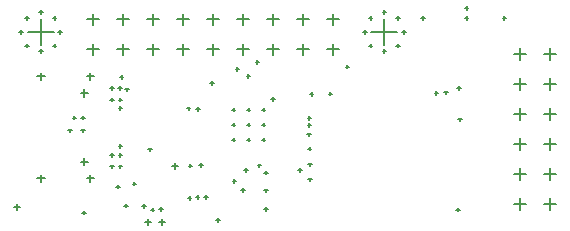
<source format=gbr>
%TF.GenerationSoftware,Altium Limited,Altium Designer,24.10.1 (45)*%
G04 Layer_Color=128*
%FSLAX43Y43*%
%MOMM*%
%TF.SameCoordinates,D559FD22-AC31-4CFD-8532-8E5833C3503B*%
%TF.FilePolarity,Positive*%
%TF.FileFunction,Drillmap*%
%TF.Part,Single*%
G01*
G75*
%TA.AperFunction,NonConductor*%
%ADD102C,0.127*%
D102*
X6278Y11890D02*
X6927D01*
X6602Y11565D02*
Y12215D01*
X6278Y6110D02*
X6927D01*
X6602Y5785D02*
Y6435D01*
X6802Y13320D02*
X7403D01*
X7102Y13020D02*
Y13620D01*
X2622Y13320D02*
X3223D01*
X2922Y13020D02*
Y13620D01*
X6802Y4680D02*
X7403D01*
X7102Y4380D02*
Y4980D01*
X2622Y4680D02*
X3223D01*
X2922Y4380D02*
Y4980D01*
X22040Y18140D02*
X23040D01*
X22540Y17640D02*
Y18640D01*
X24580Y18140D02*
X25580D01*
X25080Y17640D02*
Y18640D01*
X19500Y18140D02*
X20500D01*
X20000Y17640D02*
Y18640D01*
X27120Y18140D02*
X28120D01*
X27620Y17640D02*
Y18640D01*
X14420Y18140D02*
X15420D01*
X14920Y17640D02*
Y18640D01*
X16960Y18140D02*
X17960D01*
X17460Y17640D02*
Y18640D01*
X11880Y18140D02*
X12880D01*
X12380Y17640D02*
Y18640D01*
X11880Y15600D02*
X12880D01*
X12380Y15100D02*
Y16100D01*
X9340Y15600D02*
X10340D01*
X9840Y15100D02*
Y16100D01*
X27120Y15600D02*
X28120D01*
X27620Y15100D02*
Y16100D01*
X24580Y15600D02*
X25580D01*
X25080Y15100D02*
Y16100D01*
X16960Y15600D02*
X17960D01*
X17460Y15100D02*
Y16100D01*
X14420Y15600D02*
X15420D01*
X14920Y15100D02*
Y16100D01*
X22040Y15600D02*
X23040D01*
X22540Y15100D02*
Y16100D01*
X19500Y15600D02*
X20500D01*
X20000Y15100D02*
Y16100D01*
X9340Y18140D02*
X10340D01*
X9840Y17640D02*
Y18640D01*
X6800Y15600D02*
X7800D01*
X7300Y15100D02*
Y16100D01*
X6800Y18140D02*
X7800D01*
X7300Y17640D02*
Y18640D01*
X45500Y7580D02*
X46500D01*
X46000Y7080D02*
Y8080D01*
X45500Y10120D02*
X46500D01*
X46000Y9620D02*
Y10620D01*
X45500Y5040D02*
X46500D01*
X46000Y4540D02*
Y5540D01*
X45500Y15200D02*
X46500D01*
X46000Y14700D02*
Y15700D01*
X42960Y15200D02*
X43960D01*
X43460Y14700D02*
Y15700D01*
X45500Y12660D02*
X46500D01*
X46000Y12160D02*
Y13160D01*
X45500Y2500D02*
X46500D01*
X46000Y2000D02*
Y3000D01*
X42960Y2500D02*
X43960D01*
X43460Y2000D02*
Y3000D01*
X42960Y10120D02*
X43960D01*
X43460Y9620D02*
Y10620D01*
X42960Y12660D02*
X43960D01*
X43460Y12160D02*
Y13160D01*
X42960Y5040D02*
X43960D01*
X43460Y4540D02*
Y5540D01*
X42960Y7580D02*
X43960D01*
X43460Y7080D02*
Y8080D01*
X33017Y18267D02*
X33317D01*
X33167Y18117D02*
Y18417D01*
X33500Y17100D02*
X33800D01*
X33650Y16950D02*
Y17250D01*
X31850Y18750D02*
X32150D01*
X32000Y18600D02*
Y18900D01*
X33017Y15933D02*
X33317D01*
X33167Y15783D02*
Y16083D01*
X31850Y15450D02*
X32150D01*
X32000Y15300D02*
Y15600D01*
X30683Y15933D02*
X30983D01*
X30833Y15783D02*
Y16083D01*
X30900Y17100D02*
X33100D01*
X32000Y16000D02*
Y18200D01*
X30683Y18267D02*
X30983D01*
X30833Y18117D02*
Y18417D01*
X30200Y17100D02*
X30500D01*
X30350Y16950D02*
Y17250D01*
X3917Y18267D02*
X4217D01*
X4067Y18117D02*
Y18417D01*
X4400Y17100D02*
X4700D01*
X4550Y16950D02*
Y17250D01*
X2750Y18750D02*
X3050D01*
X2900Y18600D02*
Y18900D01*
X3917Y15933D02*
X4217D01*
X4067Y15783D02*
Y16083D01*
X2750Y15450D02*
X3050D01*
X2900Y15300D02*
Y15600D01*
X1583Y15933D02*
X1883D01*
X1733Y15783D02*
Y16083D01*
X1800Y17100D02*
X4000D01*
X2900Y16000D02*
Y18200D01*
X1583Y18267D02*
X1883D01*
X1733Y18117D02*
Y18417D01*
X1100Y17100D02*
X1400D01*
X1250Y16950D02*
Y17250D01*
X21620Y10513D02*
X21920D01*
X21770Y10363D02*
Y10663D01*
X20350Y9243D02*
X20650D01*
X20500Y9093D02*
Y9393D01*
X20350Y10513D02*
X20650D01*
X20500Y10363D02*
Y10663D01*
X21620Y9243D02*
X21920D01*
X21770Y9093D02*
Y9393D01*
X20350Y7973D02*
X20650D01*
X20500Y7823D02*
Y8123D01*
X21620Y7973D02*
X21920D01*
X21770Y7823D02*
Y8123D01*
X19080Y9243D02*
X19380D01*
X19230Y9093D02*
Y9393D01*
X19080Y10513D02*
X19380D01*
X19230Y10363D02*
Y10663D01*
X19080Y7973D02*
X19380D01*
X19230Y7823D02*
Y8123D01*
X17265Y12745D02*
X17565D01*
X17415Y12595D02*
Y12895D01*
X6333Y9830D02*
X6633D01*
X6483Y9680D02*
Y9980D01*
X6350Y8746D02*
X6650D01*
X6500Y8596D02*
Y8896D01*
X19389Y13923D02*
X19688D01*
X19538Y13773D02*
Y14073D01*
X20329Y13336D02*
X20629D01*
X20479Y13186D02*
Y13486D01*
X21095Y14555D02*
X21395D01*
X21245Y14405D02*
Y14705D01*
X22410Y11401D02*
X22710D01*
X22560Y11251D02*
Y11551D01*
X20145Y5402D02*
X20445D01*
X20295Y5252D02*
Y5552D01*
X24709Y5379D02*
X25009D01*
X24859Y5229D02*
Y5529D01*
X21270Y5784D02*
X21570D01*
X21420Y5634D02*
Y5934D01*
X28714Y14138D02*
X29014D01*
X28864Y13988D02*
Y14288D01*
X25561Y5862D02*
X25861D01*
X25711Y5712D02*
Y6012D01*
X25507Y7205D02*
X25807D01*
X25657Y7055D02*
Y7355D01*
X16084Y10572D02*
X16384D01*
X16234Y10422D02*
Y10722D01*
X17750Y1168D02*
X18050D01*
X17900Y1018D02*
Y1318D01*
X38077Y2032D02*
X38377D01*
X38227Y1882D02*
Y2182D01*
X663Y2234D02*
X1163D01*
X913Y1984D02*
Y2484D01*
X36242Y11923D02*
X36542D01*
X36392Y11773D02*
Y12073D01*
X5212Y8740D02*
X5512D01*
X5362Y8590D02*
Y8890D01*
X5604Y9828D02*
X5904D01*
X5754Y9678D02*
Y9978D01*
X15272Y10613D02*
X15572D01*
X15422Y10463D02*
Y10763D01*
X25485Y9812D02*
X25785D01*
X25635Y9662D02*
Y9962D01*
X25485Y9218D02*
X25785D01*
X25635Y9068D02*
Y9368D01*
X25674Y11838D02*
X25974D01*
X25824Y11688D02*
Y11988D01*
X12941Y2082D02*
X13241D01*
X13091Y1932D02*
Y2232D01*
X12216Y2047D02*
X12516D01*
X12366Y1897D02*
Y2197D01*
X21825Y5166D02*
X22125D01*
X21975Y5016D02*
Y5316D01*
X9596Y13284D02*
X9896D01*
X9746Y13134D02*
Y13434D01*
X10054Y12219D02*
X10354D01*
X10204Y12069D02*
Y12369D01*
X16329Y5795D02*
X16629D01*
X16479Y5645D02*
Y5945D01*
X15419Y5773D02*
X15719D01*
X15569Y5623D02*
Y5923D01*
X25463Y8405D02*
X25763D01*
X25613Y8255D02*
Y8555D01*
X25559Y4595D02*
X25859D01*
X25709Y4445D02*
Y4745D01*
X21811Y2110D02*
X22111D01*
X21961Y1960D02*
Y2260D01*
X21837Y3666D02*
X22137D01*
X21987Y3516D02*
Y3816D01*
X14015Y5730D02*
X14515D01*
X14265Y5480D02*
Y5980D01*
X27272Y11868D02*
X27572D01*
X27422Y11718D02*
Y12018D01*
X12889Y1008D02*
X13389D01*
X13139Y758D02*
Y1258D01*
X11762Y1008D02*
X12262D01*
X12012Y758D02*
Y1258D01*
X11983Y7147D02*
X12283D01*
X12133Y6997D02*
Y7297D01*
X10675Y4248D02*
X10975D01*
X10825Y4098D02*
Y4398D01*
X9286Y3984D02*
X9586D01*
X9436Y3834D02*
Y4134D01*
X11499Y2342D02*
X11799D01*
X11649Y2192D02*
Y2492D01*
X9965Y2369D02*
X10265D01*
X10115Y2219D02*
Y2519D01*
X16724Y3093D02*
X17024D01*
X16874Y2943D02*
Y3243D01*
X16031Y3086D02*
X16331D01*
X16181Y2936D02*
Y3236D01*
X15355Y3042D02*
X15655D01*
X15505Y2892D02*
Y3192D01*
X19878Y3701D02*
X20178D01*
X20028Y3551D02*
Y3851D01*
X19138Y4452D02*
X19438D01*
X19288Y4302D02*
Y4602D01*
X6420Y1777D02*
X6720D01*
X6570Y1627D02*
Y1927D01*
X9502Y11355D02*
X9802D01*
X9652Y11205D02*
Y11505D01*
X9502Y10644D02*
X9802D01*
X9652Y10494D02*
Y10794D01*
X8765Y11355D02*
X9065D01*
X8915Y11205D02*
Y11505D01*
X8765Y12319D02*
X9065D01*
X8915Y12169D02*
Y12469D01*
X8765Y6669D02*
X9065D01*
X8915Y6519D02*
Y6819D01*
X9502Y6669D02*
X9802D01*
X9652Y6519D02*
Y6819D01*
X9502Y7406D02*
X9802D01*
X9652Y7256D02*
Y7556D01*
X8765Y5705D02*
X9065D01*
X8915Y5555D02*
Y5855D01*
X9502Y5705D02*
X9802D01*
X9652Y5555D02*
Y5855D01*
X9437Y12322D02*
X9737D01*
X9587Y12172D02*
Y12472D01*
X38803Y19092D02*
X39103D01*
X38953Y18942D02*
Y19242D01*
X38805Y18274D02*
X39105D01*
X38955Y18124D02*
Y18424D01*
X38143Y12333D02*
X38443D01*
X38293Y12183D02*
Y12483D01*
X37052Y11955D02*
X37352D01*
X37202Y11805D02*
Y12105D01*
X41995Y18265D02*
X42295D01*
X42145Y18115D02*
Y18415D01*
X38256Y9675D02*
X38556D01*
X38406Y9525D02*
Y9825D01*
X35122Y18243D02*
X35422D01*
X35272Y18093D02*
Y18393D01*
%TF.MD5,aab754affba2371e84393b28fa7bb921*%
M02*

</source>
